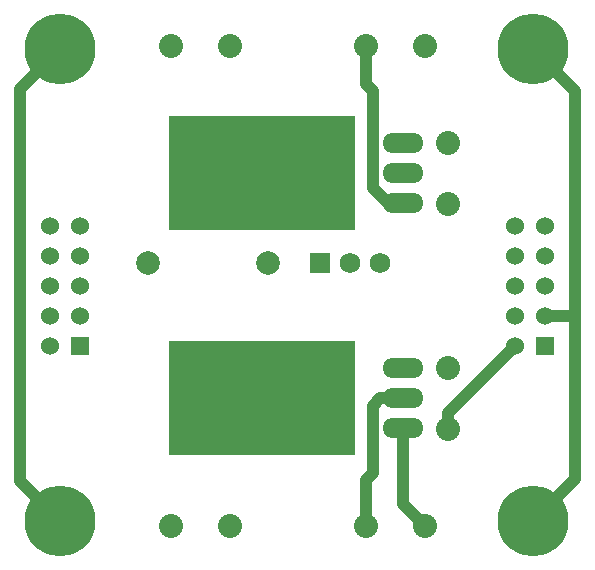
<source format=gtl>
%FSLAX36Y36*%
G04 Gerber Fmt 3.6, Leading zero omitted, Abs format (unit inch)*
G04 Created by KiCad (PCBNEW (2014-jul-16 BZR unknown)-product) date Sun 02 Nov 2014 07:29:57 PM PST*
%MOIN*%
G01*
G04 APERTURE LIST*
%ADD10C,0.003937*%
%ADD11R,0.068000X0.068000*%
%ADD12C,0.068000*%
%ADD13R,0.060000X0.060000*%
%ADD14C,0.060000*%
%ADD15C,0.080000*%
%ADD16O,0.137800X0.066900*%
%ADD17R,0.620000X0.380000*%
%ADD18C,0.078700*%
%ADD19C,0.236220*%
%ADD20C,0.040000*%
G04 APERTURE END LIST*
D10*
D11*
X5000000Y-4850000D03*
D12*
X5100000Y-4850000D03*
X5200000Y-4850000D03*
D13*
X4200000Y-5125000D03*
D14*
X4100000Y-5125000D03*
X4200000Y-5025000D03*
X4100000Y-5025000D03*
X4200000Y-4925000D03*
X4100000Y-4925000D03*
X4200000Y-4825000D03*
X4100000Y-4825000D03*
X4200000Y-4725000D03*
X4100000Y-4725000D03*
D15*
X4501575Y-4125000D03*
X4698425Y-4125000D03*
X5151575Y-4125000D03*
X5348425Y-4125000D03*
X4698425Y-5725000D03*
X4501575Y-5725000D03*
X5348425Y-5725000D03*
X5151575Y-5725000D03*
D13*
X5750000Y-5125000D03*
D14*
X5650000Y-5125000D03*
X5750000Y-5025000D03*
X5650000Y-5025000D03*
X5750000Y-4925000D03*
X5650000Y-4925000D03*
X5750000Y-4825000D03*
X5650000Y-4825000D03*
X5750000Y-4725000D03*
X5650000Y-4725000D03*
D16*
X5275000Y-4550000D03*
X5275000Y-4650000D03*
X5275000Y-4450000D03*
D17*
X4805000Y-4550000D03*
D16*
X5275000Y-5300000D03*
X5275000Y-5400000D03*
X5275000Y-5200000D03*
D17*
X4805000Y-5300000D03*
D18*
X4825000Y-4850000D03*
X4425000Y-4850000D03*
D15*
X5425000Y-4449500D03*
X5425000Y-4650500D03*
X5425000Y-5199500D03*
X5425000Y-5400500D03*
D19*
X4133858Y-4133858D03*
X5708661Y-4133858D03*
X4133858Y-5708661D03*
X5708661Y-5708661D03*
D20*
X5151575Y-5573425D02*
X5151575Y-5725000D01*
X5175000Y-5550000D02*
X5151575Y-5573425D01*
X5275000Y-5300000D02*
X5200000Y-5300000D01*
X5175000Y-5325000D02*
X5175000Y-5550000D01*
X5200000Y-5300000D02*
X5175000Y-5325000D01*
X5425000Y-5400500D02*
X5425000Y-5350000D01*
X5425000Y-5350000D02*
X5650000Y-5125000D01*
X5275000Y-5400000D02*
X5275000Y-5651575D01*
X5275000Y-5651575D02*
X5348425Y-5725000D01*
X5750000Y-5025000D02*
X5850000Y-5025000D01*
X4133858Y-5708661D02*
X4000000Y-5574803D01*
X4000000Y-4267717D02*
X4133858Y-4133858D01*
X4000000Y-5574803D02*
X4000000Y-4267717D01*
X5708661Y-5708661D02*
X5850000Y-5567323D01*
X5850000Y-5567323D02*
X5850000Y-5025000D01*
X5850000Y-4275197D02*
X5708661Y-4133858D01*
X5850000Y-5025000D02*
X5850000Y-4275197D01*
X5275000Y-4650000D02*
X5225000Y-4650000D01*
X5225000Y-4650000D02*
X5175000Y-4600000D01*
X5151575Y-4251575D02*
X5151575Y-4125000D01*
X5175000Y-4275000D02*
X5151575Y-4251575D01*
X5175000Y-4600000D02*
X5175000Y-4275000D01*
M02*

</source>
